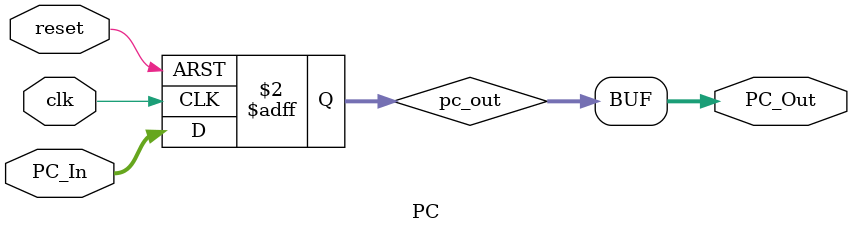
<source format=v>
`timescale 1ns / 1ps
module PC(
  input clk, 
  input reset, 
  input [31:0] PC_In,
  output [31:0] PC_Out
);
	reg [31:0]pc_out;
  always @(posedge reset or posedge clk)
  begin
    if(reset)
      pc_out<= 31'd0;
    else
      pc_out <= PC_In;
  end
  assign PC_Out = pc_out;
endmodule 


</source>
